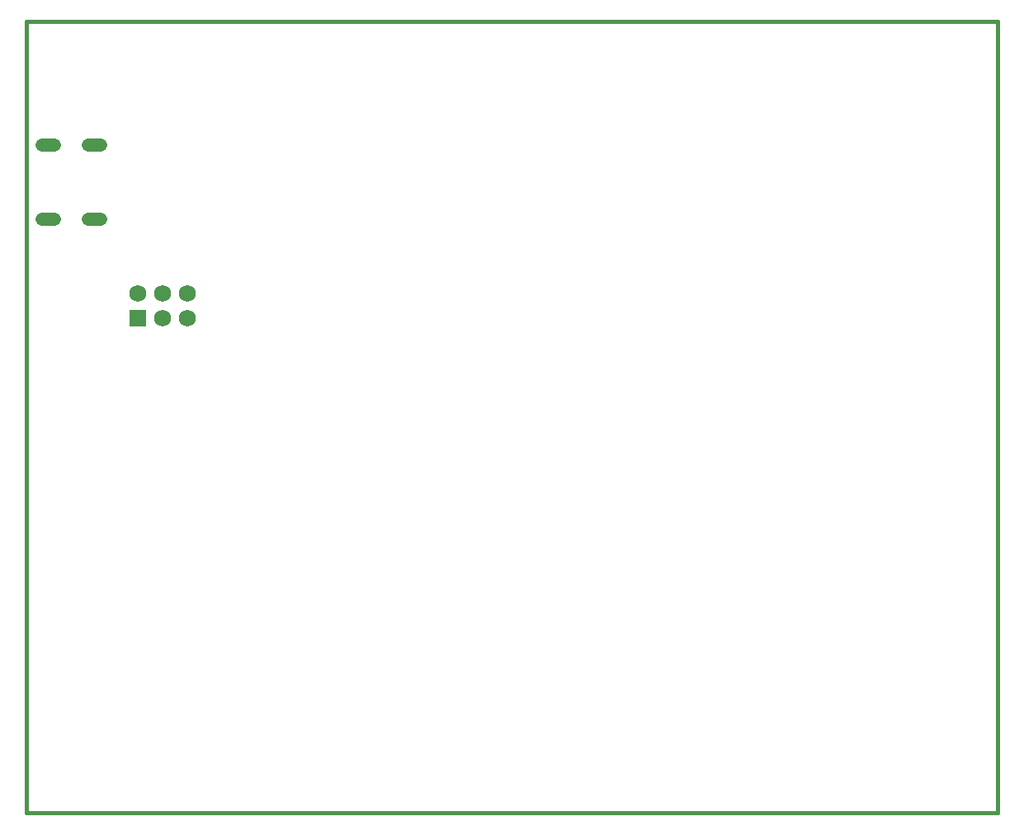
<source format=gbs>
G75*
%MOIN*%
%OFA0B0*%
%FSLAX25Y25*%
%IPPOS*%
%LPD*%
%AMOC8*
5,1,8,0,0,1.08239X$1,22.5*
%
%ADD10C,0.01600*%
%ADD11R,0.06900X0.06900*%
%ADD12C,0.06900*%
%ADD13C,0.05400*%
D10*
X0030744Y0008834D02*
X0030744Y0328834D01*
X0423244Y0328834D01*
X0423244Y0008834D01*
X0030744Y0008834D01*
D11*
X0075744Y0208834D03*
D12*
X0085744Y0208834D03*
X0095744Y0208834D03*
X0095744Y0218834D03*
X0085744Y0218834D03*
X0075744Y0218834D03*
D13*
X0060744Y0248834D02*
X0055744Y0248834D01*
X0042244Y0248834D02*
X0037244Y0248834D01*
X0037244Y0278834D02*
X0042244Y0278834D01*
X0055744Y0278834D02*
X0060744Y0278834D01*
M02*

</source>
